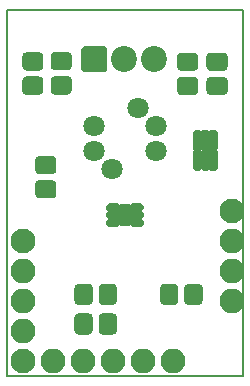
<source format=gbr>
%TF.GenerationSoftware,KiCad,Pcbnew,(5.1.7)-1*%
%TF.CreationDate,2021-03-22T16:24:13+01:00*%
%TF.ProjectId,PIR-Addon,5049522d-4164-4646-9f6e-2e6b69636164,rev?*%
%TF.SameCoordinates,Original*%
%TF.FileFunction,Soldermask,Top*%
%TF.FilePolarity,Negative*%
%FSLAX46Y46*%
G04 Gerber Fmt 4.6, Leading zero omitted, Abs format (unit mm)*
G04 Created by KiCad (PCBNEW (5.1.7)-1) date 2021-03-22 16:24:13*
%MOMM*%
%LPD*%
G01*
G04 APERTURE LIST*
%TA.AperFunction,Profile*%
%ADD10C,0.150000*%
%TD*%
%ADD11C,1.800000*%
%ADD12O,2.100000X2.100000*%
%ADD13C,2.100000*%
%ADD14C,2.200000*%
G04 APERTURE END LIST*
D10*
X195000000Y-94000000D02*
X215000000Y-94000000D01*
X195000000Y-125000000D02*
X195000000Y-94000000D01*
X215000000Y-94000000D02*
X215000000Y-125000000D01*
X215000000Y-125000000D02*
X195000000Y-125000000D01*
D11*
%TO.C,A1*%
X202400000Y-103800000D03*
X202400000Y-106000000D03*
X203900000Y-107500000D03*
X207600000Y-106000000D03*
X207600000Y-103800000D03*
X206100000Y-102300000D03*
%TD*%
D12*
%TO.C,P6*%
X214078500Y-118681500D03*
X214078500Y-116141500D03*
X214078500Y-113601500D03*
D13*
X214078500Y-111061500D03*
%TD*%
D12*
%TO.C,P2*%
X209078000Y-123738500D03*
X206538000Y-123738500D03*
X203998000Y-123738500D03*
X201458000Y-123738500D03*
X198918000Y-123738500D03*
D13*
X196378000Y-123738500D03*
%TD*%
D12*
%TO.C,P1*%
X196358500Y-121221500D03*
X196358500Y-118681500D03*
X196358500Y-116141500D03*
D13*
X196358500Y-113601500D03*
%TD*%
%TO.C,R4*%
G36*
G01*
X213363045Y-99175000D02*
X212236955Y-99175000D01*
G75*
G02*
X211900000Y-98838045I0J336955D01*
G01*
X211900000Y-97961955D01*
G75*
G02*
X212236955Y-97625000I336955J0D01*
G01*
X213363045Y-97625000D01*
G75*
G02*
X213700000Y-97961955I0J-336955D01*
G01*
X213700000Y-98838045D01*
G75*
G02*
X213363045Y-99175000I-336955J0D01*
G01*
G37*
G36*
G01*
X213363045Y-101225000D02*
X212236955Y-101225000D01*
G75*
G02*
X211900000Y-100888045I0J336955D01*
G01*
X211900000Y-100011955D01*
G75*
G02*
X212236955Y-99675000I336955J0D01*
G01*
X213363045Y-99675000D01*
G75*
G02*
X213700000Y-100011955I0J-336955D01*
G01*
X213700000Y-100888045D01*
G75*
G02*
X213363045Y-101225000I-336955J0D01*
G01*
G37*
%TD*%
%TO.C,R3*%
G36*
G01*
X197763045Y-101200000D02*
X196636955Y-101200000D01*
G75*
G02*
X196300000Y-100863045I0J336955D01*
G01*
X196300000Y-99986955D01*
G75*
G02*
X196636955Y-99650000I336955J0D01*
G01*
X197763045Y-99650000D01*
G75*
G02*
X198100000Y-99986955I0J-336955D01*
G01*
X198100000Y-100863045D01*
G75*
G02*
X197763045Y-101200000I-336955J0D01*
G01*
G37*
G36*
G01*
X197763045Y-99150000D02*
X196636955Y-99150000D01*
G75*
G02*
X196300000Y-98813045I0J336955D01*
G01*
X196300000Y-97936955D01*
G75*
G02*
X196636955Y-97600000I336955J0D01*
G01*
X197763045Y-97600000D01*
G75*
G02*
X198100000Y-97936955I0J-336955D01*
G01*
X198100000Y-98813045D01*
G75*
G02*
X197763045Y-99150000I-336955J0D01*
G01*
G37*
%TD*%
%TO.C,R5*%
G36*
G01*
X209736955Y-97625000D02*
X210863045Y-97625000D01*
G75*
G02*
X211200000Y-97961955I0J-336955D01*
G01*
X211200000Y-98838045D01*
G75*
G02*
X210863045Y-99175000I-336955J0D01*
G01*
X209736955Y-99175000D01*
G75*
G02*
X209400000Y-98838045I0J336955D01*
G01*
X209400000Y-97961955D01*
G75*
G02*
X209736955Y-97625000I336955J0D01*
G01*
G37*
G36*
G01*
X209736955Y-99675000D02*
X210863045Y-99675000D01*
G75*
G02*
X211200000Y-100011955I0J-336955D01*
G01*
X211200000Y-100888045D01*
G75*
G02*
X210863045Y-101225000I-336955J0D01*
G01*
X209736955Y-101225000D01*
G75*
G02*
X209400000Y-100888045I0J336955D01*
G01*
X209400000Y-100011955D01*
G75*
G02*
X209736955Y-99675000I336955J0D01*
G01*
G37*
%TD*%
%TO.C,R2*%
G36*
G01*
X200163045Y-99125000D02*
X199036955Y-99125000D01*
G75*
G02*
X198700000Y-98788045I0J336955D01*
G01*
X198700000Y-97911955D01*
G75*
G02*
X199036955Y-97575000I336955J0D01*
G01*
X200163045Y-97575000D01*
G75*
G02*
X200500000Y-97911955I0J-336955D01*
G01*
X200500000Y-98788045D01*
G75*
G02*
X200163045Y-99125000I-336955J0D01*
G01*
G37*
G36*
G01*
X200163045Y-101175000D02*
X199036955Y-101175000D01*
G75*
G02*
X198700000Y-100838045I0J336955D01*
G01*
X198700000Y-99961955D01*
G75*
G02*
X199036955Y-99625000I336955J0D01*
G01*
X200163045Y-99625000D01*
G75*
G02*
X200500000Y-99961955I0J-336955D01*
G01*
X200500000Y-100838045D01*
G75*
G02*
X200163045Y-101175000I-336955J0D01*
G01*
G37*
%TD*%
%TO.C,R6*%
G36*
G01*
X202275000Y-117536955D02*
X202275000Y-118663045D01*
G75*
G02*
X201938045Y-119000000I-336955J0D01*
G01*
X201061955Y-119000000D01*
G75*
G02*
X200725000Y-118663045I0J336955D01*
G01*
X200725000Y-117536955D01*
G75*
G02*
X201061955Y-117200000I336955J0D01*
G01*
X201938045Y-117200000D01*
G75*
G02*
X202275000Y-117536955I0J-336955D01*
G01*
G37*
G36*
G01*
X204325000Y-117536955D02*
X204325000Y-118663045D01*
G75*
G02*
X203988045Y-119000000I-336955J0D01*
G01*
X203111955Y-119000000D01*
G75*
G02*
X202775000Y-118663045I0J336955D01*
G01*
X202775000Y-117536955D01*
G75*
G02*
X203111955Y-117200000I336955J0D01*
G01*
X203988045Y-117200000D01*
G75*
G02*
X204325000Y-117536955I0J-336955D01*
G01*
G37*
%TD*%
%TO.C,R7*%
G36*
G01*
X204325000Y-120036955D02*
X204325000Y-121163045D01*
G75*
G02*
X203988045Y-121500000I-336955J0D01*
G01*
X203111955Y-121500000D01*
G75*
G02*
X202775000Y-121163045I0J336955D01*
G01*
X202775000Y-120036955D01*
G75*
G02*
X203111955Y-119700000I336955J0D01*
G01*
X203988045Y-119700000D01*
G75*
G02*
X204325000Y-120036955I0J-336955D01*
G01*
G37*
G36*
G01*
X202275000Y-120036955D02*
X202275000Y-121163045D01*
G75*
G02*
X201938045Y-121500000I-336955J0D01*
G01*
X201061955Y-121500000D01*
G75*
G02*
X200725000Y-121163045I0J336955D01*
G01*
X200725000Y-120036955D01*
G75*
G02*
X201061955Y-119700000I336955J0D01*
G01*
X201938045Y-119700000D01*
G75*
G02*
X202275000Y-120036955I0J-336955D01*
G01*
G37*
%TD*%
%TO.C,R8*%
G36*
G01*
X197736955Y-106375000D02*
X198863045Y-106375000D01*
G75*
G02*
X199200000Y-106711955I0J-336955D01*
G01*
X199200000Y-107588045D01*
G75*
G02*
X198863045Y-107925000I-336955J0D01*
G01*
X197736955Y-107925000D01*
G75*
G02*
X197400000Y-107588045I0J336955D01*
G01*
X197400000Y-106711955D01*
G75*
G02*
X197736955Y-106375000I336955J0D01*
G01*
G37*
G36*
G01*
X197736955Y-108425000D02*
X198863045Y-108425000D01*
G75*
G02*
X199200000Y-108761955I0J-336955D01*
G01*
X199200000Y-109638045D01*
G75*
G02*
X198863045Y-109975000I-336955J0D01*
G01*
X197736955Y-109975000D01*
G75*
G02*
X197400000Y-109638045I0J336955D01*
G01*
X197400000Y-108761955D01*
G75*
G02*
X197736955Y-108425000I336955J0D01*
G01*
G37*
%TD*%
%TO.C,IC1*%
G36*
G01*
X205625000Y-111700000D02*
X206375000Y-111700000D01*
G75*
G02*
X206575000Y-111900000I0J-200000D01*
G01*
X206575000Y-112200000D01*
G75*
G02*
X206375000Y-112400000I-200000J0D01*
G01*
X205625000Y-112400000D01*
G75*
G02*
X205425000Y-112200000I0J200000D01*
G01*
X205425000Y-111900000D01*
G75*
G02*
X205625000Y-111700000I200000J0D01*
G01*
G37*
G36*
G01*
X205625000Y-111050000D02*
X206375000Y-111050000D01*
G75*
G02*
X206575000Y-111250000I0J-200000D01*
G01*
X206575000Y-111550000D01*
G75*
G02*
X206375000Y-111750000I-200000J0D01*
G01*
X205625000Y-111750000D01*
G75*
G02*
X205425000Y-111550000I0J200000D01*
G01*
X205425000Y-111250000D01*
G75*
G02*
X205625000Y-111050000I200000J0D01*
G01*
G37*
G36*
G01*
X205625000Y-110400000D02*
X206375000Y-110400000D01*
G75*
G02*
X206575000Y-110600000I0J-200000D01*
G01*
X206575000Y-110900000D01*
G75*
G02*
X206375000Y-111100000I-200000J0D01*
G01*
X205625000Y-111100000D01*
G75*
G02*
X205425000Y-110900000I0J200000D01*
G01*
X205425000Y-110600000D01*
G75*
G02*
X205625000Y-110400000I200000J0D01*
G01*
G37*
G36*
G01*
X203625000Y-110400000D02*
X204375000Y-110400000D01*
G75*
G02*
X204575000Y-110600000I0J-200000D01*
G01*
X204575000Y-110900000D01*
G75*
G02*
X204375000Y-111100000I-200000J0D01*
G01*
X203625000Y-111100000D01*
G75*
G02*
X203425000Y-110900000I0J200000D01*
G01*
X203425000Y-110600000D01*
G75*
G02*
X203625000Y-110400000I200000J0D01*
G01*
G37*
G36*
G01*
X203625000Y-111050000D02*
X204375000Y-111050000D01*
G75*
G02*
X204575000Y-111250000I0J-200000D01*
G01*
X204575000Y-111550000D01*
G75*
G02*
X204375000Y-111750000I-200000J0D01*
G01*
X203625000Y-111750000D01*
G75*
G02*
X203425000Y-111550000I0J200000D01*
G01*
X203425000Y-111250000D01*
G75*
G02*
X203625000Y-111050000I200000J0D01*
G01*
G37*
G36*
G01*
X203625000Y-111700000D02*
X204375000Y-111700000D01*
G75*
G02*
X204575000Y-111900000I0J-200000D01*
G01*
X204575000Y-112200000D01*
G75*
G02*
X204375000Y-112400000I-200000J0D01*
G01*
X203625000Y-112400000D01*
G75*
G02*
X203425000Y-112200000I0J200000D01*
G01*
X203425000Y-111900000D01*
G75*
G02*
X203625000Y-111700000I200000J0D01*
G01*
G37*
G36*
G01*
X205575000Y-110675000D02*
X205575000Y-112125000D01*
G75*
G02*
X205375000Y-112325000I-200000J0D01*
G01*
X204625000Y-112325000D01*
G75*
G02*
X204425000Y-112125000I0J200000D01*
G01*
X204425000Y-110675000D01*
G75*
G02*
X204625000Y-110475000I200000J0D01*
G01*
X205375000Y-110475000D01*
G75*
G02*
X205575000Y-110675000I0J-200000D01*
G01*
G37*
%TD*%
%TO.C,D1*%
G36*
G01*
X201300000Y-99100000D02*
X201300000Y-97300000D01*
G75*
G02*
X201500000Y-97100000I200000J0D01*
G01*
X203300000Y-97100000D01*
G75*
G02*
X203500000Y-97300000I0J-200000D01*
G01*
X203500000Y-99100000D01*
G75*
G02*
X203300000Y-99300000I-200000J0D01*
G01*
X201500000Y-99300000D01*
G75*
G02*
X201300000Y-99100000I0J200000D01*
G01*
G37*
D14*
X204940000Y-98200000D03*
X207480000Y-98200000D03*
%TD*%
%TO.C,C1*%
G36*
G01*
X211575000Y-117536955D02*
X211575000Y-118663045D01*
G75*
G02*
X211238045Y-119000000I-336955J0D01*
G01*
X210361955Y-119000000D01*
G75*
G02*
X210025000Y-118663045I0J336955D01*
G01*
X210025000Y-117536955D01*
G75*
G02*
X210361955Y-117200000I336955J0D01*
G01*
X211238045Y-117200000D01*
G75*
G02*
X211575000Y-117536955I0J-336955D01*
G01*
G37*
G36*
G01*
X209525000Y-117536955D02*
X209525000Y-118663045D01*
G75*
G02*
X209188045Y-119000000I-336955J0D01*
G01*
X208311955Y-119000000D01*
G75*
G02*
X207975000Y-118663045I0J336955D01*
G01*
X207975000Y-117536955D01*
G75*
G02*
X208311955Y-117200000I336955J0D01*
G01*
X209188045Y-117200000D01*
G75*
G02*
X209525000Y-117536955I0J-336955D01*
G01*
G37*
%TD*%
%TO.C,IC2*%
G36*
G01*
X211517400Y-105976200D02*
X211517400Y-107449400D01*
G75*
G02*
X211317400Y-107649400I-200000J0D01*
G01*
X210961800Y-107649400D01*
G75*
G02*
X210761800Y-107449400I0J200000D01*
G01*
X210761800Y-105976200D01*
G75*
G02*
X210961800Y-105776200I200000J0D01*
G01*
X211317400Y-105776200D01*
G75*
G02*
X211517400Y-105976200I0J-200000D01*
G01*
G37*
G36*
G01*
X212177800Y-105976200D02*
X212177800Y-107449400D01*
G75*
G02*
X211977800Y-107649400I-200000J0D01*
G01*
X211622200Y-107649400D01*
G75*
G02*
X211422200Y-107449400I0J200000D01*
G01*
X211422200Y-105976200D01*
G75*
G02*
X211622200Y-105776200I200000J0D01*
G01*
X211977800Y-105776200D01*
G75*
G02*
X212177800Y-105976200I0J-200000D01*
G01*
G37*
G36*
G01*
X212838200Y-105976200D02*
X212838200Y-107449400D01*
G75*
G02*
X212638200Y-107649400I-200000J0D01*
G01*
X212282600Y-107649400D01*
G75*
G02*
X212082600Y-107449400I0J200000D01*
G01*
X212082600Y-105976200D01*
G75*
G02*
X212282600Y-105776200I200000J0D01*
G01*
X212638200Y-105776200D01*
G75*
G02*
X212838200Y-105976200I0J-200000D01*
G01*
G37*
G36*
G01*
X212838200Y-104350600D02*
X212838200Y-105823800D01*
G75*
G02*
X212638200Y-106023800I-200000J0D01*
G01*
X212282600Y-106023800D01*
G75*
G02*
X212082600Y-105823800I0J200000D01*
G01*
X212082600Y-104350600D01*
G75*
G02*
X212282600Y-104150600I200000J0D01*
G01*
X212638200Y-104150600D01*
G75*
G02*
X212838200Y-104350600I0J-200000D01*
G01*
G37*
G36*
G01*
X212177800Y-104350600D02*
X212177800Y-105823800D01*
G75*
G02*
X211977800Y-106023800I-200000J0D01*
G01*
X211622200Y-106023800D01*
G75*
G02*
X211422200Y-105823800I0J200000D01*
G01*
X211422200Y-104350600D01*
G75*
G02*
X211622200Y-104150600I200000J0D01*
G01*
X211977800Y-104150600D01*
G75*
G02*
X212177800Y-104350600I0J-200000D01*
G01*
G37*
G36*
G01*
X211517400Y-104350600D02*
X211517400Y-105823800D01*
G75*
G02*
X211317400Y-106023800I-200000J0D01*
G01*
X210961800Y-106023800D01*
G75*
G02*
X210761800Y-105823800I0J200000D01*
G01*
X210761800Y-104350600D01*
G75*
G02*
X210961800Y-104150600I200000J0D01*
G01*
X211317400Y-104150600D01*
G75*
G02*
X211517400Y-104350600I0J-200000D01*
G01*
G37*
%TD*%
M02*

</source>
